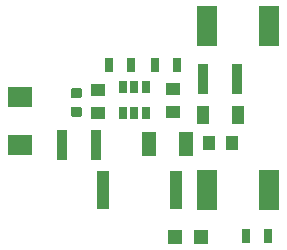
<source format=gbr>
G04 #@! TF.GenerationSoftware,KiCad,Pcbnew,5.0.2-bee76a0~70~ubuntu18.04.1*
G04 #@! TF.CreationDate,2019-02-22T10:13:23-05:00*
G04 #@! TF.ProjectId,New Buck Converter,4e657720-4275-4636-9b20-436f6e766572,rev?*
G04 #@! TF.SameCoordinates,Original*
G04 #@! TF.FileFunction,Paste,Top*
G04 #@! TF.FilePolarity,Positive*
%FSLAX46Y46*%
G04 Gerber Fmt 4.6, Leading zero omitted, Abs format (unit mm)*
G04 Created by KiCad (PCBNEW 5.0.2-bee76a0~70~ubuntu18.04.1) date Fri 22 Feb 2019 10:13:23 AM EST*
%MOMM*%
%LPD*%
G01*
G04 APERTURE LIST*
%ADD10R,0.900000X2.500000*%
%ADD11R,1.250000X1.000000*%
%ADD12C,0.100000*%
%ADD13C,0.875000*%
%ADD14R,1.200000X2.000000*%
%ADD15R,0.700000X1.300000*%
%ADD16R,1.000000X3.200000*%
%ADD17R,0.650000X1.060000*%
%ADD18R,1.000000X1.600000*%
%ADD19R,1.780000X3.500000*%
%ADD20R,1.000000X1.250000*%
%ADD21R,2.159000X1.778000*%
%ADD22R,1.200000X1.200000*%
G04 APERTURE END LIST*
D10*
G04 #@! TO.C,COUT4*
X132458800Y-100203000D03*
X135358800Y-100203000D03*
G04 #@! TD*
D11*
G04 #@! TO.C,C1*
X129971800Y-100981000D03*
X129971800Y-102981000D03*
G04 #@! TD*
G04 #@! TO.C,C2*
X123558300Y-103060500D03*
X123558300Y-101060500D03*
G04 #@! TD*
D12*
G04 #@! TO.C,C3*
G36*
X122030051Y-102502233D02*
X122051286Y-102505383D01*
X122072110Y-102510599D01*
X122092322Y-102517831D01*
X122111728Y-102527010D01*
X122130141Y-102538046D01*
X122147384Y-102550834D01*
X122163290Y-102565250D01*
X122177706Y-102581156D01*
X122190494Y-102598399D01*
X122201530Y-102616812D01*
X122210709Y-102636218D01*
X122217941Y-102656430D01*
X122223157Y-102677254D01*
X122226307Y-102698489D01*
X122227360Y-102719930D01*
X122227360Y-103157430D01*
X122226307Y-103178871D01*
X122223157Y-103200106D01*
X122217941Y-103220930D01*
X122210709Y-103241142D01*
X122201530Y-103260548D01*
X122190494Y-103278961D01*
X122177706Y-103296204D01*
X122163290Y-103312110D01*
X122147384Y-103326526D01*
X122130141Y-103339314D01*
X122111728Y-103350350D01*
X122092322Y-103359529D01*
X122072110Y-103366761D01*
X122051286Y-103371977D01*
X122030051Y-103375127D01*
X122008610Y-103376180D01*
X121496110Y-103376180D01*
X121474669Y-103375127D01*
X121453434Y-103371977D01*
X121432610Y-103366761D01*
X121412398Y-103359529D01*
X121392992Y-103350350D01*
X121374579Y-103339314D01*
X121357336Y-103326526D01*
X121341430Y-103312110D01*
X121327014Y-103296204D01*
X121314226Y-103278961D01*
X121303190Y-103260548D01*
X121294011Y-103241142D01*
X121286779Y-103220930D01*
X121281563Y-103200106D01*
X121278413Y-103178871D01*
X121277360Y-103157430D01*
X121277360Y-102719930D01*
X121278413Y-102698489D01*
X121281563Y-102677254D01*
X121286779Y-102656430D01*
X121294011Y-102636218D01*
X121303190Y-102616812D01*
X121314226Y-102598399D01*
X121327014Y-102581156D01*
X121341430Y-102565250D01*
X121357336Y-102550834D01*
X121374579Y-102538046D01*
X121392992Y-102527010D01*
X121412398Y-102517831D01*
X121432610Y-102510599D01*
X121453434Y-102505383D01*
X121474669Y-102502233D01*
X121496110Y-102501180D01*
X122008610Y-102501180D01*
X122030051Y-102502233D01*
X122030051Y-102502233D01*
G37*
D13*
X121752360Y-102938680D03*
D12*
G36*
X122030051Y-100927233D02*
X122051286Y-100930383D01*
X122072110Y-100935599D01*
X122092322Y-100942831D01*
X122111728Y-100952010D01*
X122130141Y-100963046D01*
X122147384Y-100975834D01*
X122163290Y-100990250D01*
X122177706Y-101006156D01*
X122190494Y-101023399D01*
X122201530Y-101041812D01*
X122210709Y-101061218D01*
X122217941Y-101081430D01*
X122223157Y-101102254D01*
X122226307Y-101123489D01*
X122227360Y-101144930D01*
X122227360Y-101582430D01*
X122226307Y-101603871D01*
X122223157Y-101625106D01*
X122217941Y-101645930D01*
X122210709Y-101666142D01*
X122201530Y-101685548D01*
X122190494Y-101703961D01*
X122177706Y-101721204D01*
X122163290Y-101737110D01*
X122147384Y-101751526D01*
X122130141Y-101764314D01*
X122111728Y-101775350D01*
X122092322Y-101784529D01*
X122072110Y-101791761D01*
X122051286Y-101796977D01*
X122030051Y-101800127D01*
X122008610Y-101801180D01*
X121496110Y-101801180D01*
X121474669Y-101800127D01*
X121453434Y-101796977D01*
X121432610Y-101791761D01*
X121412398Y-101784529D01*
X121392992Y-101775350D01*
X121374579Y-101764314D01*
X121357336Y-101751526D01*
X121341430Y-101737110D01*
X121327014Y-101721204D01*
X121314226Y-101703961D01*
X121303190Y-101685548D01*
X121294011Y-101666142D01*
X121286779Y-101645930D01*
X121281563Y-101625106D01*
X121278413Y-101603871D01*
X121277360Y-101582430D01*
X121277360Y-101144930D01*
X121278413Y-101123489D01*
X121281563Y-101102254D01*
X121286779Y-101081430D01*
X121294011Y-101061218D01*
X121303190Y-101041812D01*
X121314226Y-101023399D01*
X121327014Y-101006156D01*
X121341430Y-100990250D01*
X121357336Y-100975834D01*
X121374579Y-100963046D01*
X121392992Y-100952010D01*
X121412398Y-100942831D01*
X121432610Y-100935599D01*
X121453434Y-100930383D01*
X121474669Y-100927233D01*
X121496110Y-100926180D01*
X122008610Y-100926180D01*
X122030051Y-100927233D01*
X122030051Y-100927233D01*
G37*
D13*
X121752360Y-101363680D03*
G04 #@! TD*
D10*
G04 #@! TO.C,F1*
X120520800Y-105727500D03*
X123420800Y-105727500D03*
G04 #@! TD*
D14*
G04 #@! TO.C,L1*
X127876700Y-105666540D03*
X131076700Y-105666540D03*
G04 #@! TD*
D15*
G04 #@! TO.C,R1*
X130294420Y-98978720D03*
X128394420Y-98978720D03*
G04 #@! TD*
G04 #@! TO.C,R2*
X124508220Y-98963480D03*
X126408220Y-98963480D03*
G04 #@! TD*
G04 #@! TO.C,R3*
X136108360Y-113484660D03*
X138008360Y-113484660D03*
G04 #@! TD*
D16*
G04 #@! TO.C,R4*
X130228200Y-109606080D03*
X124028200Y-109606080D03*
G04 #@! TD*
D17*
G04 #@! TO.C,U1*
X127627600Y-100865800D03*
X126677600Y-100865800D03*
X125727600Y-100865800D03*
X125727600Y-103065800D03*
X127627600Y-103065800D03*
X126677600Y-103065800D03*
G04 #@! TD*
D18*
G04 #@! TO.C,COUT1*
X132448300Y-103251000D03*
X135448300Y-103251000D03*
G04 #@! TD*
D19*
G04 #@! TO.C,COUT2*
X132829300Y-109601000D03*
X138109300Y-109601000D03*
G04 #@! TD*
D20*
G04 #@! TO.C,COUT3*
X132972300Y-105600500D03*
X134972300Y-105600500D03*
G04 #@! TD*
D19*
G04 #@! TO.C,COUT5*
X138109300Y-95694500D03*
X132829300Y-95694500D03*
G04 #@! TD*
D21*
G04 #@! TO.C,D2*
X116954300Y-101663500D03*
X116954300Y-105727500D03*
G04 #@! TD*
D22*
G04 #@! TO.C,D1*
X130121660Y-113540540D03*
X132321660Y-113540540D03*
G04 #@! TD*
M02*

</source>
